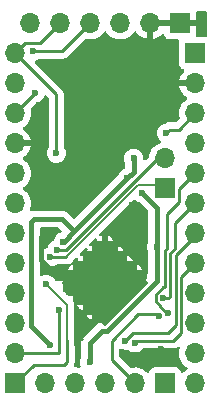
<source format=gbr>
%TF.GenerationSoftware,KiCad,Pcbnew,8.0.9-8.0.9-0~ubuntu22.04.1*%
%TF.CreationDate,2025-03-06T11:56:48+01:00*%
%TF.ProjectId,HB_Pro_Mini_ATMEGA1284P_FUEL4EP,48425f50-726f-45f4-9d69-6e695f41544d,V1.4*%
%TF.SameCoordinates,Original*%
%TF.FileFunction,Copper,L2,Bot*%
%TF.FilePolarity,Positive*%
%FSLAX46Y46*%
G04 Gerber Fmt 4.6, Leading zero omitted, Abs format (unit mm)*
G04 Created by KiCad (PCBNEW 8.0.9-8.0.9-0~ubuntu22.04.1) date 2025-03-06 11:56:48*
%MOMM*%
%LPD*%
G01*
G04 APERTURE LIST*
G04 Aperture macros list*
%AMRotRect*
0 Rectangle, with rotation*
0 The origin of the aperture is its center*
0 $1 length*
0 $2 width*
0 $3 Rotation angle, in degrees counterclockwise*
0 Add horizontal line*
21,1,$1,$2,0,0,$3*%
G04 Aperture macros list end*
%TA.AperFunction,ComponentPad*%
%ADD10R,1.700000X1.700000*%
%TD*%
%TA.AperFunction,ComponentPad*%
%ADD11O,1.700000X1.700000*%
%TD*%
%TA.AperFunction,HeatsinkPad*%
%ADD12C,0.500000*%
%TD*%
%TA.AperFunction,HeatsinkPad*%
%ADD13RotRect,5.150000X5.150000X225.000000*%
%TD*%
%TA.AperFunction,ViaPad*%
%ADD14C,0.600000*%
%TD*%
%TA.AperFunction,Conductor*%
%ADD15C,0.400000*%
%TD*%
%TA.AperFunction,Conductor*%
%ADD16C,0.250000*%
%TD*%
%TA.AperFunction,Conductor*%
%ADD17C,0.200000*%
%TD*%
G04 APERTURE END LIST*
D10*
%TO.P,J1,1,Pin_1*%
%TO.N,GND*%
X15240000Y31750000D03*
D11*
%TO.P,J1,2,Pin_2*%
X12700000Y31750000D03*
%TO.P,J1,3,Pin_3*%
%TO.N,VCC*%
X10160000Y31750000D03*
%TO.P,J1,4,Pin_4*%
%TO.N,/RXD0*%
X7620000Y31750000D03*
%TO.P,J1,5,Pin_5*%
%TO.N,/TXD0*%
X5080000Y31750000D03*
%TO.P,J1,6,Pin_6*%
%TO.N,/DTR*%
X2540000Y31750000D03*
%TD*%
D12*
%TO.P,U1,45,GND*%
%TO.N,GND*%
X12175534Y9771553D03*
X11353522Y10593565D03*
X10531510Y11415576D03*
X9709499Y12237588D03*
X8887487Y13059600D03*
X9709499Y10593565D03*
X11353522Y8949541D03*
X10531510Y9771553D03*
X8887487Y11415576D03*
X8065475Y12237588D03*
X10531510Y8127530D03*
X9709499Y8949541D03*
X8887487Y9771553D03*
D13*
X8887487Y9771553D03*
D12*
X8065475Y10593565D03*
X7243464Y11415576D03*
X9709499Y7305518D03*
X8887487Y8127530D03*
X7243464Y9771553D03*
X6421452Y10593565D03*
X8065475Y8949541D03*
X8887487Y6483506D03*
X8065475Y7305518D03*
X7243464Y8127530D03*
X6421452Y8949541D03*
X5599440Y9771553D03*
%TD*%
D10*
%TO.P,J4,1,Pin_1*%
%TO.N,/T0*%
X13970000Y1270000D03*
D11*
%TO.P,J4,2,Pin_2*%
%TO.N,/T1*%
X11430000Y1270000D03*
%TO.P,J4,3,Pin_3*%
%TO.N,/TDI*%
X8890000Y1270000D03*
%TO.P,J4,4,Pin_4*%
%TO.N,/TDO*%
X6350000Y1270000D03*
%TO.P,J4,5,Pin_5*%
%TO.N,/TCK*%
X3810000Y1270000D03*
%TD*%
D10*
%TO.P,J5,1,Pin_1*%
%TO.N,/SDA*%
X13970000Y17780000D03*
D11*
%TO.P,J5,2,Pin_2*%
%TO.N,/SCL*%
X13970000Y20320000D03*
%TD*%
D10*
%TO.P,J3,1,Pin_1*%
%TO.N,/TMS*%
X1270000Y1270000D03*
D11*
%TO.P,J3,2,Pin_2*%
%TO.N,/TOSC*%
X1270000Y3810000D03*
%TO.P,J3,3,Pin_3*%
%TO.N,/D7*%
X1270000Y6350000D03*
%TO.P,J3,4,Pin_4*%
%TO.N,/D6*%
X1270000Y8890000D03*
%TO.P,J3,5,Pin_5*%
%TO.N,/D5*%
X1270000Y11430000D03*
%TO.P,J3,6,Pin_6*%
%TO.N,/D4*%
X1270000Y13970000D03*
%TO.P,J3,7,Pin_7*%
%TO.N,/D3*%
X1270000Y16510000D03*
%TO.P,J3,8,Pin_8*%
%TO.N,/D2*%
X1270000Y19050000D03*
%TO.P,J3,9,Pin_9*%
%TO.N,GND*%
X1270000Y21590000D03*
%TO.P,J3,10,Pin_10*%
%TO.N,/RSETB*%
X1270000Y24130000D03*
%TO.P,J3,11,Pin_11*%
%TO.N,/RXD0*%
X1270000Y26670000D03*
%TO.P,J3,12,Pin_12*%
%TO.N,/TXD0*%
X1270000Y29210000D03*
%TD*%
D10*
%TO.P,J2,1,Pin_1*%
%TO.N,V_accu*%
X16510000Y29210000D03*
D11*
%TO.P,J2,2,Pin_2*%
%TO.N,GND*%
X16510000Y26670000D03*
%TO.P,J2,3,Pin_3*%
%TO.N,/RSETB*%
X16510000Y24130000D03*
%TO.P,J2,4,Pin_4*%
%TO.N,VCC*%
X16510000Y21590000D03*
%TO.P,J2,5,Pin_5*%
%TO.N,/A3*%
X16510000Y19050000D03*
%TO.P,J2,6,Pin_6*%
%TO.N,/A2*%
X16510000Y16510000D03*
%TO.P,J2,7,Pin_7*%
%TO.N,/A1*%
X16510000Y13970000D03*
%TO.P,J2,8,Pin_8*%
%TO.N,/A0*%
X16510000Y11430000D03*
%TO.P,J2,9,Pin_9*%
%TO.N,/SCK*%
X16510000Y8890000D03*
%TO.P,J2,10,Pin_10*%
%TO.N,/MISO*%
X16510000Y6350000D03*
%TO.P,J2,11,Pin_11*%
%TO.N,/MOSI*%
X16510000Y3810000D03*
%TO.P,J2,12,Pin_12*%
%TO.N,/SS*%
X16510000Y1270000D03*
%TD*%
D14*
%TO.N,VCC*%
X10778021Y18646905D03*
X5359400Y13258800D03*
X11303000Y20320000D03*
X4216400Y4521200D03*
X12014099Y17396529D03*
X13263940Y12801600D03*
X7569200Y3048000D03*
%TO.N,GND*%
X12496800Y3048000D03*
X13589000Y4191000D03*
X5486400Y27178000D03*
X10312400Y3962400D03*
X4038600Y14274800D03*
X8255000Y19685000D03*
X5461000Y28067000D03*
X5588000Y18643600D03*
X11176000Y16408400D03*
X11282041Y2861519D03*
X7975600Y25146000D03*
X6489700Y4737100D03*
X9448800Y19710400D03*
X13614400Y3048000D03*
%TO.N,/SCL*%
X4803035Y12599047D03*
%TO.N,/SDA*%
X4228826Y11972318D03*
%TO.N,/RSETB*%
X2946400Y25857200D03*
X14071600Y22453600D03*
%TO.N,/TXD0*%
X4746732Y20748732D03*
%TO.N,/RXD0*%
X2741386Y29385000D03*
%TO.N,/A0*%
X11404600Y4699000D03*
%TO.N,/A3*%
X14249400Y7188200D03*
%TO.N,/A1*%
X10582518Y4871627D03*
%TO.N,/A2*%
X13817600Y8509000D03*
%TO.N,/TMS*%
X3911600Y9652000D03*
%TO.N,/TOSC*%
X5014206Y7454108D03*
%TO.N,/T1*%
X13436600Y6959600D03*
%TD*%
D15*
%TO.N,VCC*%
X3454400Y15189200D02*
X3251200Y15189200D01*
X5232400Y15189200D02*
X3454400Y15189200D01*
X10772919Y18646905D02*
X10778021Y18646905D01*
X13263940Y12801600D02*
X13263940Y16146688D01*
X6273807Y14147793D02*
X5232400Y15189200D01*
X11303000Y19171884D02*
X10778021Y18646905D01*
X7569200Y4667461D02*
X7569200Y3048000D01*
X13263940Y12801600D02*
X13263940Y9940720D01*
X3454400Y15189200D02*
X2895600Y15189200D01*
X13263940Y9940720D02*
X9053173Y5729953D01*
X9053173Y5729953D02*
X8631692Y5729953D01*
X8631692Y5729953D02*
X7569200Y4667461D01*
X6273807Y14147793D02*
X10772919Y18646905D01*
X13263940Y16146688D02*
X12014099Y17396529D01*
X5384814Y13258800D02*
X6273807Y14147793D01*
X4216400Y4521200D02*
X2641600Y6096000D01*
X2641600Y6096000D02*
X2641600Y14935200D01*
X5359400Y13258800D02*
X5384814Y13258800D01*
X2895600Y15189200D02*
X2641600Y14935200D01*
X11303000Y20320000D02*
X11303000Y19171884D01*
D16*
%TO.N,GND*%
X6489700Y4737100D02*
X6718300Y4965700D01*
D15*
X3466400Y11703539D02*
X4941186Y10228753D01*
D16*
X6807200Y5054600D02*
X6934200Y5054600D01*
D15*
X3466400Y11703539D02*
X3466400Y13702600D01*
X3466400Y13702600D02*
X4038600Y14274800D01*
D16*
X6299200Y4546600D02*
X6489700Y4737100D01*
D15*
X4941186Y10228753D02*
X9141487Y10228753D01*
D16*
%TO.N,/SCL*%
X5614047Y12599047D02*
X13335000Y20320000D01*
X5614047Y12599047D02*
X4803035Y12599047D01*
D17*
%TO.N,/SDA*%
X13970000Y17780000D02*
X13703471Y18046529D01*
X11662569Y18046529D02*
X5588358Y11972318D01*
D16*
X5588358Y11972318D02*
X4228826Y11972318D01*
D17*
X13703471Y18046529D02*
X11662569Y18046529D01*
D16*
%TO.N,/RSETB*%
X14071600Y22453600D02*
X14376400Y22758400D01*
X1270000Y24180800D02*
X2946400Y25857200D01*
X14376400Y22758400D02*
X15138400Y22758400D01*
X15138400Y22758400D02*
X16510000Y24130000D01*
%TO.N,/TXD0*%
X4746732Y25733268D02*
X4746732Y20748732D01*
X5080000Y31750000D02*
X3390000Y30060000D01*
X3390000Y30060000D02*
X2120000Y30060000D01*
X1270000Y29210000D02*
X4746732Y25733268D01*
X2120000Y30060000D02*
X1270000Y29210000D01*
%TO.N,/RXD0*%
X7620000Y31750000D02*
X5255000Y29385000D01*
X5255000Y29385000D02*
X2741386Y29385000D01*
%TO.N,/A0*%
X15335000Y5561116D02*
X14631449Y4857565D01*
X16510000Y11430000D02*
X15335000Y10255000D01*
X14631449Y4857565D02*
X11450961Y4857565D01*
X15335000Y10255000D02*
X15335000Y5561116D01*
%TO.N,/A3*%
X15145000Y16605000D02*
X15145000Y17685000D01*
X13941000Y12518600D02*
X14119233Y12696833D01*
X13157200Y8788400D02*
X13817600Y9448800D01*
X14119233Y15579233D02*
X15145000Y16605000D01*
X14249400Y7188200D02*
X14097000Y7188200D01*
X13941000Y9448800D02*
X13941000Y12518600D01*
X14097000Y7188200D02*
X13563600Y7721600D01*
X13563600Y7721600D02*
X13563600Y7823200D01*
X15145000Y17685000D02*
X16510000Y19050000D01*
X14119233Y12696833D02*
X14119233Y15579233D01*
X13563600Y7823200D02*
X13157200Y8229600D01*
X13157200Y8229600D02*
X13157200Y8788400D01*
X13817600Y9448800D02*
X13941000Y9448800D01*
%TO.N,/A1*%
X14885000Y6172005D02*
X14210195Y5497200D01*
X16510000Y13731363D02*
X14885000Y12106363D01*
X14885000Y12106363D02*
X14885000Y6172005D01*
X11208091Y5497200D02*
X10582518Y4871627D01*
X14210195Y5497200D02*
X11208091Y5497200D01*
%TO.N,/A2*%
X14264000Y8509000D02*
X14391000Y8636000D01*
X14391000Y12248759D02*
X14391000Y8636000D01*
X16510000Y16510000D02*
X14841000Y14841000D01*
X14264000Y8509000D02*
X13817600Y8509000D01*
X14841000Y14841000D02*
X14841000Y12698759D01*
X14841000Y12698759D02*
X14391000Y12248759D01*
%TO.N,/TMS*%
X2844800Y2844800D02*
X1270000Y1270000D01*
D17*
X3911600Y9652000D02*
X5664206Y7899394D01*
X2032000Y1270000D02*
X1574800Y1270000D01*
D16*
X5664206Y3073406D02*
X5435600Y2844800D01*
X5664206Y4902206D02*
X5664206Y3073406D01*
D17*
X5664206Y7899394D02*
X5664206Y4902206D01*
D16*
X5435600Y2844800D02*
X2844800Y2844800D01*
%TO.N,/TOSC*%
X5014206Y7454108D02*
X4943000Y7382902D01*
X4943000Y7382902D02*
X4943000Y3810000D01*
X4943000Y3810000D02*
X1270000Y3810000D01*
%TO.N,/T1*%
X11708405Y7147400D02*
X9434200Y4873195D01*
X13436600Y6959600D02*
X13248800Y7147400D01*
X13248800Y7147400D02*
X11708405Y7147400D01*
X9434200Y4873195D02*
X9434200Y3265800D01*
X9434200Y3265800D02*
X11430000Y1270000D01*
%TD*%
%TA.AperFunction,Conductor*%
%TO.N,GND*%
G36*
X15158616Y4360723D02*
G01*
X15205307Y4308744D01*
X15216483Y4239774D01*
X15213656Y4224787D01*
X15165436Y4034372D01*
X15165434Y4034359D01*
X15146844Y3810005D01*
X15146844Y3809994D01*
X15165434Y3585640D01*
X15165436Y3585628D01*
X15220703Y3367385D01*
X15311140Y3161207D01*
X15434276Y2972734D01*
X15434284Y2972723D01*
X15586756Y2807097D01*
X15586761Y2807092D01*
X15764422Y2668812D01*
X15764431Y2668806D01*
X15800930Y2649054D01*
X15850520Y2599835D01*
X15865628Y2531618D01*
X15841457Y2466063D01*
X15800930Y2430946D01*
X15765717Y2411889D01*
X15764424Y2411189D01*
X15586760Y2272906D01*
X15523546Y2204238D01*
X15463662Y2168249D01*
X15393823Y2170350D01*
X15336207Y2209874D01*
X15316138Y2244888D01*
X15270889Y2366204D01*
X15183261Y2483261D01*
X15066204Y2570889D01*
X14929201Y2621989D01*
X14896450Y2625510D01*
X14868654Y2628499D01*
X14868638Y2628500D01*
X13071362Y2628500D01*
X13071345Y2628499D01*
X13040270Y2625157D01*
X13010799Y2621989D01*
X13010796Y2621988D01*
X13010795Y2621988D01*
X12962620Y2604019D01*
X12873796Y2570889D01*
X12756739Y2483261D01*
X12702785Y2411187D01*
X12669111Y2366204D01*
X12623861Y2244888D01*
X12581989Y2188955D01*
X12516525Y2164539D01*
X12448252Y2179392D01*
X12416454Y2204237D01*
X12353240Y2272906D01*
X12175576Y2411189D01*
X11977574Y2518342D01*
X11764635Y2591444D01*
X11542569Y2628500D01*
X11317431Y2628500D01*
X11095365Y2591444D01*
X11095356Y2591441D01*
X11091143Y2590374D01*
X11021322Y2592990D01*
X10973009Y2622893D01*
X10104017Y3491886D01*
X10070534Y3553207D01*
X10067700Y3579565D01*
X10067700Y4020439D01*
X10087385Y4087478D01*
X10140189Y4133233D01*
X10209347Y4143177D01*
X10232654Y4137481D01*
X10401468Y4078410D01*
X10401476Y4078408D01*
X10582514Y4058011D01*
X10582518Y4058011D01*
X10582522Y4058011D01*
X10763563Y4078409D01*
X10763564Y4078409D01*
X10778316Y4083571D01*
X10848094Y4087132D01*
X10891135Y4066136D01*
X10891423Y4066594D01*
X10895680Y4063919D01*
X10896572Y4063484D01*
X10897313Y4062892D01*
X11051582Y3965958D01*
X11223553Y3905782D01*
X11223558Y3905781D01*
X11404596Y3885384D01*
X11404600Y3885384D01*
X11404604Y3885384D01*
X11585641Y3905781D01*
X11585646Y3905782D01*
X11703293Y3946949D01*
X11757615Y3965957D01*
X11844323Y4020439D01*
X11911881Y4062889D01*
X12036738Y4187746D01*
X12098061Y4221231D01*
X12124419Y4224065D01*
X14693847Y4224065D01*
X14816226Y4248408D01*
X14816234Y4248410D01*
X14931521Y4296163D01*
X14931530Y4296168D01*
X15024559Y4358329D01*
X15091236Y4379207D01*
X15158616Y4360723D01*
G37*
%TD.AperFunction*%
%TA.AperFunction,Conductor*%
G36*
X11415246Y16836143D02*
G01*
X11459592Y16807643D01*
X11506817Y16760418D01*
X11661081Y16663487D01*
X11661082Y16663486D01*
X11763718Y16627572D01*
X11810443Y16598212D01*
X12519121Y15889535D01*
X12552606Y15828212D01*
X12555440Y15801854D01*
X12555440Y13229398D01*
X12536432Y13163424D01*
X12530897Y13154615D01*
X12530896Y13154612D01*
X12470724Y12982654D01*
X12470721Y12982641D01*
X12450324Y12801603D01*
X12450324Y12801596D01*
X12470721Y12620558D01*
X12470722Y12620553D01*
X12530897Y12448583D01*
X12536435Y12439771D01*
X12555440Y12373800D01*
X12555440Y10607969D01*
X12535755Y10540930D01*
X12482951Y10495175D01*
X12440125Y10489017D01*
X12425534Y10478663D01*
X12425534Y10155646D01*
X12405849Y10088607D01*
X12389215Y10067965D01*
X12192803Y9871553D01*
X12155643Y9871553D01*
X12118889Y9856329D01*
X12090758Y9828198D01*
X12075534Y9791444D01*
X12075534Y9754284D01*
X11879122Y9557872D01*
X11817799Y9524387D01*
X11791441Y9521553D01*
X11603522Y9521553D01*
X11603522Y9333634D01*
X11583837Y9266595D01*
X11567203Y9245953D01*
X11370791Y9049541D01*
X11333631Y9049541D01*
X11296877Y9034317D01*
X11268746Y9006186D01*
X11253522Y8969432D01*
X11253522Y8932272D01*
X11057110Y8735860D01*
X10995787Y8702375D01*
X10969429Y8699541D01*
X10781510Y8699541D01*
X10781510Y8511622D01*
X10761825Y8444583D01*
X10745192Y8423943D01*
X10548779Y8227530D01*
X10511619Y8227530D01*
X10474865Y8212306D01*
X10446734Y8184175D01*
X10431510Y8147421D01*
X10431510Y8110260D01*
X10235098Y7913849D01*
X10173775Y7880364D01*
X10147417Y7877530D01*
X9959499Y7877530D01*
X9959499Y7689611D01*
X9939814Y7622572D01*
X9923182Y7601933D01*
X9726767Y7405518D01*
X9689608Y7405518D01*
X9652854Y7390294D01*
X9624723Y7362163D01*
X9609499Y7325409D01*
X9609499Y7288249D01*
X9413086Y7091837D01*
X9351763Y7058352D01*
X9325405Y7055518D01*
X9137487Y7055518D01*
X9137487Y6867599D01*
X9117802Y6800560D01*
X9101171Y6779922D01*
X8946763Y6625514D01*
X8904755Y6583506D01*
X8867596Y6583506D01*
X8830842Y6568282D01*
X8802711Y6540151D01*
X8787487Y6503397D01*
X8787487Y6470112D01*
X8734698Y6441287D01*
X8708340Y6438453D01*
X8561910Y6438453D01*
X8561906Y6438452D01*
X8425030Y6411226D01*
X8371622Y6389103D01*
X8296092Y6357818D01*
X8296086Y6357814D01*
X8180050Y6280281D01*
X8180046Y6280278D01*
X7018874Y5119107D01*
X7018871Y5119104D01*
X6941338Y5003067D01*
X6941331Y5003054D01*
X6928818Y4972843D01*
X6928818Y4972842D01*
X6887927Y4874123D01*
X6887925Y4874115D01*
X6860700Y4737246D01*
X6860700Y3475798D01*
X6841692Y3409823D01*
X6836157Y3401015D01*
X6836156Y3401012D01*
X6775984Y3229054D01*
X6775981Y3229041D01*
X6755584Y3048003D01*
X6755584Y3047996D01*
X6775981Y2866958D01*
X6775983Y2866950D01*
X6814835Y2755916D01*
X6818396Y2686137D01*
X6783667Y2625510D01*
X6721673Y2593283D01*
X6677389Y2592653D01*
X6462569Y2628500D01*
X6351195Y2628500D01*
X6284156Y2648185D01*
X6238401Y2700989D01*
X6228457Y2770147D01*
X6236633Y2799951D01*
X6239593Y2807097D01*
X6273361Y2888622D01*
X6273361Y2888626D01*
X6273363Y2888629D01*
X6290092Y2972732D01*
X6290092Y2972733D01*
X6297706Y3011010D01*
X6297706Y4964601D01*
X6297705Y4964604D01*
X6296066Y4972842D01*
X6290057Y5003054D01*
X6275089Y5078308D01*
X6272706Y5102499D01*
X6272706Y7055517D01*
X7358363Y7055517D01*
X7385471Y6978048D01*
X7475390Y6834942D01*
X7594899Y6715433D01*
X7738005Y6625514D01*
X7815474Y6598406D01*
X7815475Y6598406D01*
X7815475Y6733506D01*
X8315475Y6733506D01*
X8637487Y6733506D01*
X8637487Y7055518D01*
X8315475Y7055518D01*
X8315475Y6733506D01*
X7815475Y6733506D01*
X7815475Y7055518D01*
X7358364Y7055518D01*
X7358363Y7055517D01*
X6272706Y7055517D01*
X6272706Y7325409D01*
X7965475Y7325409D01*
X7965475Y7285627D01*
X7980699Y7248873D01*
X8008830Y7220742D01*
X8045584Y7205518D01*
X8085366Y7205518D01*
X8122120Y7220742D01*
X8150251Y7248873D01*
X8165475Y7285627D01*
X8165475Y7325409D01*
X8150251Y7362163D01*
X8122120Y7390294D01*
X8085366Y7405518D01*
X8045584Y7405518D01*
X8008830Y7390294D01*
X7980699Y7362163D01*
X7965475Y7325409D01*
X6272706Y7325409D01*
X6272706Y7877529D01*
X6536352Y7877529D01*
X6563460Y7800060D01*
X6653379Y7656954D01*
X6772888Y7537445D01*
X6915994Y7447526D01*
X6993463Y7420418D01*
X6993464Y7420418D01*
X6993464Y7555518D01*
X7493464Y7555518D01*
X7815475Y7555518D01*
X8315475Y7555518D01*
X8637487Y7555518D01*
X9137487Y7555518D01*
X9459499Y7555518D01*
X9459499Y7877530D01*
X9137487Y7877530D01*
X9137487Y7555518D01*
X8637487Y7555518D01*
X8637487Y7877530D01*
X8315475Y7877530D01*
X8315475Y7555518D01*
X7815475Y7555518D01*
X7815475Y7877530D01*
X7493464Y7877530D01*
X7493464Y7555518D01*
X6993464Y7555518D01*
X6993464Y7877530D01*
X6536353Y7877530D01*
X6536352Y7877529D01*
X6272706Y7877529D01*
X6272706Y7979503D01*
X6272706Y7979505D01*
X6239035Y8105167D01*
X6231238Y8134267D01*
X6223643Y8147421D01*
X7143464Y8147421D01*
X7143464Y8107639D01*
X7158688Y8070885D01*
X7186819Y8042754D01*
X7223573Y8027530D01*
X7263355Y8027530D01*
X7300109Y8042754D01*
X7328240Y8070885D01*
X7343464Y8107639D01*
X7343464Y8147421D01*
X8787487Y8147421D01*
X8787487Y8107639D01*
X8802711Y8070885D01*
X8830842Y8042754D01*
X8867596Y8027530D01*
X8907378Y8027530D01*
X8944132Y8042754D01*
X8972263Y8070885D01*
X8987487Y8107639D01*
X8987487Y8147421D01*
X8972263Y8184175D01*
X8944132Y8212306D01*
X8907378Y8227530D01*
X8867596Y8227530D01*
X8830842Y8212306D01*
X8802711Y8184175D01*
X8787487Y8147421D01*
X7343464Y8147421D01*
X7328240Y8184175D01*
X7300109Y8212306D01*
X7263355Y8227530D01*
X7223573Y8227530D01*
X7186819Y8212306D01*
X7158688Y8184175D01*
X7143464Y8147421D01*
X6223643Y8147421D01*
X6188064Y8209045D01*
X6171452Y8271041D01*
X6171452Y8377530D01*
X6671452Y8377530D01*
X6993464Y8377530D01*
X7493464Y8377530D01*
X7815475Y8377530D01*
X8315475Y8377530D01*
X8637487Y8377530D01*
X9137487Y8377530D01*
X9459499Y8377530D01*
X9959499Y8377530D01*
X10281510Y8377530D01*
X10281510Y8699541D01*
X9959499Y8699541D01*
X9959499Y8377530D01*
X9459499Y8377530D01*
X9459499Y8699541D01*
X9137487Y8699541D01*
X9137487Y8377530D01*
X8637487Y8377530D01*
X8637487Y8699541D01*
X8315475Y8699541D01*
X8315475Y8377530D01*
X7815475Y8377530D01*
X7815475Y8699541D01*
X7493464Y8699541D01*
X7493464Y8377530D01*
X6993464Y8377530D01*
X6993464Y8699541D01*
X6671452Y8699541D01*
X6671452Y8377530D01*
X6171452Y8377530D01*
X6171452Y8699541D01*
X5775970Y8699541D01*
X5708931Y8719226D01*
X5688289Y8735860D01*
X5559384Y8864765D01*
X5454716Y8969432D01*
X6321452Y8969432D01*
X6321452Y8929650D01*
X6336676Y8892896D01*
X6364807Y8864765D01*
X6401561Y8849541D01*
X6441343Y8849541D01*
X6478097Y8864765D01*
X6506228Y8892896D01*
X6521452Y8929650D01*
X6521452Y8969432D01*
X7965475Y8969432D01*
X7965475Y8929650D01*
X7980699Y8892896D01*
X8008830Y8864765D01*
X8045584Y8849541D01*
X8085366Y8849541D01*
X8122120Y8864765D01*
X8150251Y8892896D01*
X8165475Y8929650D01*
X8165475Y8969432D01*
X9609499Y8969432D01*
X9609499Y8929650D01*
X9624723Y8892896D01*
X9652854Y8864765D01*
X9689608Y8849541D01*
X9729390Y8849541D01*
X9766144Y8864765D01*
X9794275Y8892896D01*
X9809499Y8929650D01*
X9809499Y8969432D01*
X9794275Y9006186D01*
X9766144Y9034317D01*
X9729390Y9049541D01*
X9689608Y9049541D01*
X9652854Y9034317D01*
X9624723Y9006186D01*
X9609499Y8969432D01*
X8165475Y8969432D01*
X8150251Y9006186D01*
X8122120Y9034317D01*
X8085366Y9049541D01*
X8045584Y9049541D01*
X8008830Y9034317D01*
X7980699Y9006186D01*
X7965475Y8969432D01*
X6521452Y8969432D01*
X6506228Y9006186D01*
X6478097Y9034317D01*
X6441343Y9049541D01*
X6401561Y9049541D01*
X6364807Y9034317D01*
X6336676Y9006186D01*
X6321452Y8969432D01*
X5454716Y8969432D01*
X5385758Y9038390D01*
X5352274Y9099712D01*
X5349440Y9126070D01*
X5349440Y9199541D01*
X5849440Y9199541D01*
X6171452Y9199541D01*
X6671452Y9199541D01*
X6993464Y9199541D01*
X7493464Y9199541D01*
X7815475Y9199541D01*
X8315475Y9199541D01*
X8637487Y9199541D01*
X9137487Y9199541D01*
X9459499Y9199541D01*
X9959499Y9199541D01*
X10281510Y9199541D01*
X10781510Y9199541D01*
X11103522Y9199541D01*
X11103522Y9521553D01*
X10781510Y9521553D01*
X10781510Y9199541D01*
X10281510Y9199541D01*
X10281510Y9521553D01*
X9959499Y9521553D01*
X9959499Y9199541D01*
X9459499Y9199541D01*
X9459499Y9521553D01*
X9137487Y9521553D01*
X9137487Y9199541D01*
X8637487Y9199541D01*
X8637487Y9521553D01*
X8315475Y9521553D01*
X8315475Y9199541D01*
X7815475Y9199541D01*
X7815475Y9521553D01*
X7493464Y9521553D01*
X7493464Y9199541D01*
X6993464Y9199541D01*
X6993464Y9521553D01*
X6671452Y9521553D01*
X6671452Y9199541D01*
X6171452Y9199541D01*
X6171452Y9521553D01*
X5849440Y9521553D01*
X5849440Y9199541D01*
X5349440Y9199541D01*
X5349440Y9791444D01*
X5499440Y9791444D01*
X5499440Y9751662D01*
X5514664Y9714908D01*
X5542795Y9686777D01*
X5579549Y9671553D01*
X5619331Y9671553D01*
X5656085Y9686777D01*
X5684216Y9714908D01*
X5699440Y9751662D01*
X5699440Y9791444D01*
X7143464Y9791444D01*
X7143464Y9751662D01*
X7158688Y9714908D01*
X7186819Y9686777D01*
X7223573Y9671553D01*
X7263355Y9671553D01*
X7300109Y9686777D01*
X7328240Y9714908D01*
X7343464Y9751662D01*
X7343464Y9791444D01*
X8787487Y9791444D01*
X8787487Y9751662D01*
X8802711Y9714908D01*
X8830842Y9686777D01*
X8867596Y9671553D01*
X8907378Y9671553D01*
X8944132Y9686777D01*
X8972263Y9714908D01*
X8987487Y9751662D01*
X8987487Y9791444D01*
X10431510Y9791444D01*
X10431510Y9751662D01*
X10446734Y9714908D01*
X10474865Y9686777D01*
X10511619Y9671553D01*
X10551401Y9671553D01*
X10588155Y9686777D01*
X10616286Y9714908D01*
X10631510Y9751662D01*
X10631510Y9791444D01*
X10616286Y9828198D01*
X10588155Y9856329D01*
X10551401Y9871553D01*
X10511619Y9871553D01*
X10474865Y9856329D01*
X10446734Y9828198D01*
X10431510Y9791444D01*
X8987487Y9791444D01*
X8972263Y9828198D01*
X8944132Y9856329D01*
X8907378Y9871553D01*
X8867596Y9871553D01*
X8830842Y9856329D01*
X8802711Y9828198D01*
X8787487Y9791444D01*
X7343464Y9791444D01*
X7328240Y9828198D01*
X7300109Y9856329D01*
X7263355Y9871553D01*
X7223573Y9871553D01*
X7186819Y9856329D01*
X7158688Y9828198D01*
X7143464Y9791444D01*
X5699440Y9791444D01*
X5684216Y9828198D01*
X5656085Y9856329D01*
X5619331Y9871553D01*
X5579549Y9871553D01*
X5542795Y9856329D01*
X5514664Y9828198D01*
X5499440Y9791444D01*
X5349440Y9791444D01*
X5349440Y10021553D01*
X5849440Y10021553D01*
X6171452Y10021553D01*
X6671452Y10021553D01*
X6993464Y10021553D01*
X7493464Y10021553D01*
X7815475Y10021553D01*
X8315475Y10021553D01*
X8637487Y10021553D01*
X9137487Y10021553D01*
X9459499Y10021553D01*
X9959499Y10021553D01*
X10281510Y10021553D01*
X10781510Y10021553D01*
X11103522Y10021553D01*
X11603522Y10021553D01*
X11925534Y10021553D01*
X11925534Y10343565D01*
X11603522Y10343565D01*
X11603522Y10021553D01*
X11103522Y10021553D01*
X11103522Y10343565D01*
X10781510Y10343565D01*
X10781510Y10021553D01*
X10281510Y10021553D01*
X10281510Y10343565D01*
X9959499Y10343565D01*
X9959499Y10021553D01*
X9459499Y10021553D01*
X9459499Y10343565D01*
X9137487Y10343565D01*
X9137487Y10021553D01*
X8637487Y10021553D01*
X8637487Y10343565D01*
X8315475Y10343565D01*
X8315475Y10021553D01*
X7815475Y10021553D01*
X7815475Y10343565D01*
X7493464Y10343565D01*
X7493464Y10021553D01*
X6993464Y10021553D01*
X6993464Y10343565D01*
X6671452Y10343565D01*
X6671452Y10021553D01*
X6171452Y10021553D01*
X6171452Y10343565D01*
X5849440Y10343565D01*
X5849440Y10021553D01*
X5349440Y10021553D01*
X5349440Y10478663D01*
X5349439Y10478663D01*
X5271966Y10451555D01*
X5128864Y10361637D01*
X5009355Y10242128D01*
X4919437Y10099025D01*
X4882634Y9993848D01*
X4841912Y9937072D01*
X4776959Y9911325D01*
X4708398Y9924781D01*
X4657995Y9973168D01*
X4648550Y9993849D01*
X4644643Y10005015D01*
X4547711Y10159281D01*
X4418881Y10288111D01*
X4264615Y10385043D01*
X4092647Y10445217D01*
X4092644Y10445217D01*
X4092641Y10445218D01*
X3911604Y10465616D01*
X3911596Y10465616D01*
X3730558Y10445218D01*
X3730553Y10445217D01*
X3558585Y10385043D01*
X3558584Y10385042D01*
X3558580Y10385041D01*
X3540074Y10373412D01*
X3472838Y10354410D01*
X3406002Y10374776D01*
X3360787Y10428043D01*
X3350100Y10478404D01*
X3350100Y10613456D01*
X6321452Y10613456D01*
X6321452Y10573674D01*
X6336676Y10536920D01*
X6364807Y10508789D01*
X6401561Y10493565D01*
X6441343Y10493565D01*
X6478097Y10508789D01*
X6506228Y10536920D01*
X6521452Y10573674D01*
X6521452Y10613456D01*
X7965475Y10613456D01*
X7965475Y10573674D01*
X7980699Y10536920D01*
X8008830Y10508789D01*
X8045584Y10493565D01*
X8085366Y10493565D01*
X8122120Y10508789D01*
X8150251Y10536920D01*
X8165475Y10573674D01*
X8165475Y10613456D01*
X9609499Y10613456D01*
X9609499Y10573674D01*
X9624723Y10536920D01*
X9652854Y10508789D01*
X9689608Y10493565D01*
X9729390Y10493565D01*
X9766144Y10508789D01*
X9794275Y10536920D01*
X9809499Y10573674D01*
X9809499Y10613456D01*
X11253522Y10613456D01*
X11253522Y10573674D01*
X11268746Y10536920D01*
X11296877Y10508789D01*
X11333631Y10493565D01*
X11373413Y10493565D01*
X11410167Y10508789D01*
X11438298Y10536920D01*
X11453522Y10573674D01*
X11453522Y10613456D01*
X11438298Y10650210D01*
X11410167Y10678341D01*
X11373413Y10693565D01*
X11333631Y10693565D01*
X11296877Y10678341D01*
X11268746Y10650210D01*
X11253522Y10613456D01*
X9809499Y10613456D01*
X9794275Y10650210D01*
X9766144Y10678341D01*
X9729390Y10693565D01*
X9689608Y10693565D01*
X9652854Y10678341D01*
X9624723Y10650210D01*
X9609499Y10613456D01*
X8165475Y10613456D01*
X8150251Y10650210D01*
X8122120Y10678341D01*
X8085366Y10693565D01*
X8045584Y10693565D01*
X8008830Y10678341D01*
X7980699Y10650210D01*
X7965475Y10613456D01*
X6521452Y10613456D01*
X6506228Y10650210D01*
X6478097Y10678341D01*
X6441343Y10693565D01*
X6401561Y10693565D01*
X6364807Y10678341D01*
X6336676Y10650210D01*
X6321452Y10613456D01*
X3350100Y10613456D01*
X3350100Y11420742D01*
X3369785Y11487781D01*
X3422589Y11533536D01*
X3491747Y11543480D01*
X3555303Y11514455D01*
X3579093Y11486716D01*
X3592716Y11465035D01*
X3721544Y11336207D01*
X3875808Y11239276D01*
X4047779Y11179100D01*
X4047784Y11179099D01*
X4228822Y11158702D01*
X4228826Y11158702D01*
X4228830Y11158702D01*
X4409867Y11179099D01*
X4409872Y11179100D01*
X4581845Y11239276D01*
X4581848Y11239278D01*
X4710014Y11319811D01*
X4775986Y11338818D01*
X5650756Y11338818D01*
X5773135Y11363161D01*
X5773147Y11363164D01*
X5807066Y11377214D01*
X5876535Y11384683D01*
X5939014Y11353408D01*
X5974666Y11293319D01*
X5972172Y11223493D01*
X5942199Y11174972D01*
X5831367Y11064140D01*
X5741448Y10921034D01*
X5714340Y10843565D01*
X6171452Y10843565D01*
X6671452Y10843565D01*
X6993464Y10843565D01*
X7493464Y10843565D01*
X7815475Y10843565D01*
X8315475Y10843565D01*
X8637487Y10843565D01*
X9137487Y10843565D01*
X9459499Y10843565D01*
X9959499Y10843565D01*
X10281510Y10843565D01*
X10781510Y10843565D01*
X11103522Y10843565D01*
X11603522Y10843565D01*
X12060633Y10843565D01*
X12033525Y10921034D01*
X11943606Y11064140D01*
X11824097Y11183649D01*
X11680995Y11273567D01*
X11603522Y11300675D01*
X11603522Y10843565D01*
X11103522Y10843565D01*
X11103522Y11165576D01*
X10781510Y11165576D01*
X10781510Y10843565D01*
X10281510Y10843565D01*
X10281510Y11165576D01*
X9959499Y11165576D01*
X9959499Y10843565D01*
X9459499Y10843565D01*
X9459499Y11165576D01*
X9137487Y11165576D01*
X9137487Y10843565D01*
X8637487Y10843565D01*
X8637487Y11165576D01*
X8315475Y11165576D01*
X8315475Y10843565D01*
X7815475Y10843565D01*
X7815475Y11165576D01*
X7493464Y11165576D01*
X7493464Y10843565D01*
X6993464Y10843565D01*
X6993464Y11165576D01*
X6671452Y11165576D01*
X6671452Y10843565D01*
X6171452Y10843565D01*
X6171452Y11300675D01*
X6132268Y11286965D01*
X6062489Y11283404D01*
X6001862Y11318133D01*
X5969635Y11380127D01*
X5974730Y11435467D01*
X7143464Y11435467D01*
X7143464Y11395685D01*
X7158688Y11358931D01*
X7186819Y11330800D01*
X7223573Y11315576D01*
X7263355Y11315576D01*
X7300109Y11330800D01*
X7328240Y11358931D01*
X7343464Y11395685D01*
X7343464Y11435467D01*
X8787487Y11435467D01*
X8787487Y11395685D01*
X8802711Y11358931D01*
X8830842Y11330800D01*
X8867596Y11315576D01*
X8907378Y11315576D01*
X8944132Y11330800D01*
X8972263Y11358931D01*
X8987487Y11395685D01*
X8987487Y11435467D01*
X10431510Y11435467D01*
X10431510Y11395685D01*
X10446734Y11358931D01*
X10474865Y11330800D01*
X10511619Y11315576D01*
X10551401Y11315576D01*
X10588155Y11330800D01*
X10616286Y11358931D01*
X10631510Y11395685D01*
X10631510Y11435467D01*
X10616286Y11472221D01*
X10588155Y11500352D01*
X10551401Y11515576D01*
X10511619Y11515576D01*
X10474865Y11500352D01*
X10446734Y11472221D01*
X10431510Y11435467D01*
X8987487Y11435467D01*
X8972263Y11472221D01*
X8944132Y11500352D01*
X8907378Y11515576D01*
X8867596Y11515576D01*
X8830842Y11500352D01*
X8802711Y11472221D01*
X8787487Y11435467D01*
X7343464Y11435467D01*
X7328240Y11472221D01*
X7300109Y11500352D01*
X7263355Y11515576D01*
X7223573Y11515576D01*
X7186819Y11500352D01*
X7158688Y11472221D01*
X7143464Y11435467D01*
X5974730Y11435467D01*
X5976041Y11449702D01*
X6003633Y11491688D01*
X6080426Y11568481D01*
X6080432Y11568489D01*
X6144838Y11664879D01*
X6160259Y11683670D01*
X6366792Y11890203D01*
X6428115Y11923688D01*
X6497807Y11918704D01*
X6553740Y11876832D01*
X6578157Y11811368D01*
X6566193Y11748720D01*
X6563459Y11743044D01*
X6536352Y11665576D01*
X6993464Y11665576D01*
X7493464Y11665576D01*
X7815475Y11665576D01*
X8315475Y11665576D01*
X8637487Y11665576D01*
X9137487Y11665576D01*
X9459499Y11665576D01*
X9959499Y11665576D01*
X10281510Y11665576D01*
X10781510Y11665576D01*
X11238621Y11665576D01*
X11211513Y11743045D01*
X11121594Y11886151D01*
X11002085Y12005660D01*
X10858983Y12095578D01*
X10781510Y12122686D01*
X10781510Y11665576D01*
X10281510Y11665576D01*
X10281510Y11987588D01*
X9959499Y11987588D01*
X9959499Y11665576D01*
X9459499Y11665576D01*
X9459499Y11987588D01*
X9137487Y11987588D01*
X9137487Y11665576D01*
X8637487Y11665576D01*
X8637487Y11987588D01*
X8315475Y11987588D01*
X8315475Y11665576D01*
X7815475Y11665576D01*
X7815475Y11987588D01*
X7493464Y11987588D01*
X7493464Y11665576D01*
X6993464Y11665576D01*
X6993464Y12122686D01*
X6993463Y12122686D01*
X6915991Y12095578D01*
X6910321Y12092848D01*
X6841380Y12081496D01*
X6777245Y12109218D01*
X6738280Y12167213D01*
X6736854Y12237068D01*
X6748685Y12257479D01*
X7965475Y12257479D01*
X7965475Y12217697D01*
X7980699Y12180943D01*
X8008830Y12152812D01*
X8045584Y12137588D01*
X8085366Y12137588D01*
X8122120Y12152812D01*
X8150251Y12180943D01*
X8165475Y12217697D01*
X8165475Y12257479D01*
X9609499Y12257479D01*
X9609499Y12217697D01*
X9624723Y12180943D01*
X9652854Y12152812D01*
X9689608Y12137588D01*
X9729390Y12137588D01*
X9766144Y12152812D01*
X9794275Y12180943D01*
X9809499Y12217697D01*
X9809499Y12257479D01*
X9794275Y12294233D01*
X9766144Y12322364D01*
X9729390Y12337588D01*
X9689608Y12337588D01*
X9652854Y12322364D01*
X9624723Y12294233D01*
X9609499Y12257479D01*
X8165475Y12257479D01*
X8150251Y12294233D01*
X8122120Y12322364D01*
X8085366Y12337588D01*
X8045584Y12337588D01*
X8008830Y12322364D01*
X7980699Y12294233D01*
X7965475Y12257479D01*
X6748685Y12257479D01*
X6768838Y12292249D01*
X7188802Y12712213D01*
X7250125Y12745698D01*
X7319817Y12740714D01*
X7375750Y12698842D01*
X7400167Y12633378D01*
X7388203Y12570730D01*
X7385470Y12565056D01*
X7358363Y12487588D01*
X7815475Y12487588D01*
X8315475Y12487588D01*
X8637487Y12487588D01*
X9137487Y12487588D01*
X9459499Y12487588D01*
X9959499Y12487588D01*
X10416610Y12487588D01*
X10389502Y12565057D01*
X10299583Y12708163D01*
X10180074Y12827672D01*
X10036972Y12917590D01*
X9959499Y12944698D01*
X9959499Y12487588D01*
X9459499Y12487588D01*
X9459499Y12809600D01*
X9137487Y12809600D01*
X9137487Y12487588D01*
X8637487Y12487588D01*
X8637487Y12809600D01*
X8315475Y12809600D01*
X8315475Y12487588D01*
X7815475Y12487588D01*
X7815475Y12944698D01*
X7815474Y12944698D01*
X7738001Y12917590D01*
X7732334Y12914861D01*
X7663393Y12903509D01*
X7599258Y12931231D01*
X7560292Y12989226D01*
X7558867Y13059081D01*
X7570697Y13079491D01*
X8787487Y13079491D01*
X8787487Y13039709D01*
X8802711Y13002955D01*
X8830842Y12974824D01*
X8867596Y12959600D01*
X8907378Y12959600D01*
X8944132Y12974824D01*
X8972263Y13002955D01*
X8987487Y13039709D01*
X8987487Y13079491D01*
X8972263Y13116245D01*
X8944132Y13144376D01*
X8907378Y13159600D01*
X8867596Y13159600D01*
X8830842Y13144376D01*
X8802711Y13116245D01*
X8787487Y13079491D01*
X7570697Y13079491D01*
X7590851Y13114262D01*
X8010814Y13534225D01*
X8072137Y13567710D01*
X8141829Y13562726D01*
X8197762Y13520854D01*
X8222179Y13455390D01*
X8210215Y13392742D01*
X8207482Y13387068D01*
X8180375Y13309600D01*
X8637487Y13309600D01*
X9137487Y13309600D01*
X9594598Y13309600D01*
X9567490Y13387069D01*
X9477571Y13530175D01*
X9358062Y13649684D01*
X9214960Y13739602D01*
X9137487Y13766710D01*
X9137487Y13309600D01*
X8637487Y13309600D01*
X8637487Y13766710D01*
X8637486Y13766710D01*
X8560013Y13739602D01*
X8554346Y13736873D01*
X8485405Y13725521D01*
X8421270Y13753243D01*
X8382304Y13811238D01*
X8380879Y13881093D01*
X8412863Y13936274D01*
X11284231Y16807642D01*
X11345554Y16841127D01*
X11415246Y16836143D01*
G37*
%TD.AperFunction*%
%TA.AperFunction,Conductor*%
G36*
X4954606Y14461015D02*
G01*
X4975248Y14444381D01*
X5179009Y14240619D01*
X5212494Y14179296D01*
X5207510Y14109604D01*
X5165638Y14053671D01*
X5132282Y14035896D01*
X5073674Y14015388D01*
X5006385Y13991843D01*
X4852119Y13894911D01*
X4852118Y13894910D01*
X4723289Y13766081D01*
X4626358Y13611817D01*
X4566181Y13439843D01*
X4564785Y13433724D01*
X4530675Y13372746D01*
X4484846Y13344276D01*
X4450022Y13332091D01*
X4450019Y13332090D01*
X4422081Y13314535D01*
X4295754Y13235158D01*
X4166924Y13106328D01*
X4069992Y12952062D01*
X4062703Y12931231D01*
X4018439Y12804731D01*
X3977717Y12747955D01*
X3942352Y12728644D01*
X3875811Y12705361D01*
X3875809Y12705360D01*
X3812789Y12665762D01*
X3721545Y12608429D01*
X3721544Y12608428D01*
X3592715Y12479599D01*
X3579094Y12457921D01*
X3526759Y12411630D01*
X3457705Y12400982D01*
X3393857Y12429357D01*
X3355485Y12487747D01*
X3350100Y12523893D01*
X3350100Y14356700D01*
X3369785Y14423739D01*
X3422589Y14469494D01*
X3474100Y14480700D01*
X4887567Y14480700D01*
X4954606Y14461015D01*
G37*
%TD.AperFunction*%
%TA.AperFunction,Conductor*%
G36*
X12950000Y30419364D02*
G01*
X13163486Y30476567D01*
X13163492Y30476570D01*
X13377578Y30576399D01*
X13571082Y30711894D01*
X13693522Y30834334D01*
X13754845Y30867819D01*
X13824537Y30862835D01*
X13880470Y30820963D01*
X13897385Y30789987D01*
X13946646Y30657911D01*
X13946649Y30657906D01*
X14032809Y30542812D01*
X14032812Y30542809D01*
X14147906Y30456649D01*
X14147913Y30456645D01*
X14282620Y30406403D01*
X14282627Y30406401D01*
X14342155Y30400000D01*
X15065501Y30400000D01*
X15132540Y30380315D01*
X15178295Y30327511D01*
X15188239Y30258353D01*
X15181682Y30232665D01*
X15158011Y30169204D01*
X15158011Y30169202D01*
X15151500Y30108654D01*
X15151500Y28311345D01*
X15158011Y28250797D01*
X15158011Y28250795D01*
X15209111Y28113795D01*
X15296739Y27996739D01*
X15413795Y27909111D01*
X15543381Y27860777D01*
X15599314Y27818905D01*
X15623730Y27753441D01*
X15608878Y27685168D01*
X15587727Y27656915D01*
X15471891Y27541079D01*
X15471886Y27541073D01*
X15336400Y27347579D01*
X15336399Y27347577D01*
X15236570Y27133492D01*
X15236567Y27133486D01*
X15179364Y26920000D01*
X16076988Y26920000D01*
X16044075Y26862993D01*
X16010000Y26735826D01*
X16010000Y26604174D01*
X16044075Y26477007D01*
X16076988Y26420000D01*
X15179364Y26420000D01*
X15236567Y26206513D01*
X15236570Y26206507D01*
X15336399Y25992421D01*
X15471894Y25798917D01*
X15638921Y25631890D01*
X15819802Y25505235D01*
X15863427Y25450658D01*
X15870619Y25381160D01*
X15839097Y25318805D01*
X15807695Y25294606D01*
X15764424Y25271189D01*
X15645981Y25179000D01*
X15586761Y25132907D01*
X15586756Y25132902D01*
X15434284Y24967276D01*
X15434276Y24967265D01*
X15311140Y24778792D01*
X15220703Y24572614D01*
X15165436Y24354371D01*
X15165434Y24354359D01*
X15146844Y24130005D01*
X15146844Y24129994D01*
X15165435Y23905633D01*
X15193461Y23794960D01*
X15190835Y23725140D01*
X15160936Y23676840D01*
X14912315Y23428219D01*
X14850992Y23394734D01*
X14824634Y23391900D01*
X14314005Y23391900D01*
X14314001Y23391899D01*
X14191615Y23367555D01*
X14076325Y23319800D01*
X14035818Y23292734D01*
X14007682Y23273934D01*
X13952675Y23253816D01*
X13890553Y23246817D01*
X13718585Y23186643D01*
X13564319Y23089711D01*
X13564318Y23089710D01*
X13435489Y22960881D01*
X13338558Y22806617D01*
X13278382Y22634646D01*
X13278381Y22634641D01*
X13257984Y22453603D01*
X13257984Y22453596D01*
X13278381Y22272558D01*
X13278382Y22272553D01*
X13338558Y22100582D01*
X13435489Y21946318D01*
X13569243Y21812565D01*
X13568140Y21811462D01*
X13603527Y21761022D01*
X13606360Y21691210D01*
X13571000Y21630949D01*
X13526326Y21604011D01*
X13422426Y21568342D01*
X13422419Y21568338D01*
X13224427Y21461191D01*
X13224426Y21461190D01*
X13224424Y21461189D01*
X13161855Y21412489D01*
X13046761Y21322907D01*
X13046756Y21322902D01*
X12894284Y21157276D01*
X12894276Y21157265D01*
X12771140Y20968792D01*
X12680703Y20762614D01*
X12625436Y20544371D01*
X12624593Y20539314D01*
X12622465Y20539668D01*
X12600584Y20482998D01*
X12589858Y20470762D01*
X12326245Y20207149D01*
X12264922Y20173664D01*
X12195230Y20178648D01*
X12139297Y20220520D01*
X12114880Y20285984D01*
X12115343Y20308709D01*
X12116616Y20320000D01*
X12116615Y20320005D01*
X12096218Y20501041D01*
X12096217Y20501046D01*
X12095567Y20502904D01*
X12036043Y20673015D01*
X11939111Y20827281D01*
X11810281Y20956111D01*
X11656015Y21053043D01*
X11484047Y21113217D01*
X11484044Y21113217D01*
X11484041Y21113218D01*
X11303004Y21133616D01*
X11302996Y21133616D01*
X11121958Y21113218D01*
X11121953Y21113217D01*
X10949985Y21053043D01*
X10795719Y20956111D01*
X10795718Y20956110D01*
X10666889Y20827281D01*
X10569958Y20673017D01*
X10509782Y20501046D01*
X10509781Y20501041D01*
X10489384Y20320003D01*
X10489384Y20319996D01*
X10509781Y20138958D01*
X10509782Y20138953D01*
X10569957Y19966983D01*
X10575495Y19958171D01*
X10594500Y19892200D01*
X10594500Y19527238D01*
X10574815Y19460199D01*
X10522011Y19414444D01*
X10511463Y19410200D01*
X10425006Y19379948D01*
X10425005Y19379948D01*
X10328073Y19319040D01*
X10270740Y19283016D01*
X10270739Y19283015D01*
X10141910Y19154186D01*
X10044979Y18999922D01*
X10044977Y18999918D01*
X10011810Y18905133D01*
X9982450Y18858407D01*
X6361487Y15237444D01*
X6300164Y15203959D01*
X6230472Y15208943D01*
X6186127Y15237441D01*
X5684043Y15739528D01*
X5568001Y15817065D01*
X5461427Y15861209D01*
X5439062Y15870473D01*
X5404997Y15877248D01*
X5370624Y15884086D01*
X5370621Y15884086D01*
X5302182Y15897700D01*
X5302181Y15897700D01*
X3524181Y15897700D01*
X2965381Y15897700D01*
X2825818Y15897700D01*
X2817459Y15896037D01*
X2806341Y15893826D01*
X2806342Y15893826D01*
X2739220Y15880474D01*
X2688938Y15870473D01*
X2688935Y15870472D01*
X2685572Y15869803D01*
X2615980Y15876030D01*
X2560803Y15918893D01*
X2537558Y15984783D01*
X2547823Y16041229D01*
X2559296Y16067384D01*
X2614564Y16285632D01*
X2615500Y16296927D01*
X2633156Y16509994D01*
X2633156Y16510005D01*
X2614565Y16734359D01*
X2614564Y16734362D01*
X2614564Y16734368D01*
X2559296Y16952616D01*
X2468860Y17158791D01*
X2345722Y17347268D01*
X2193240Y17512906D01*
X2015576Y17651189D01*
X1979070Y17670945D01*
X1929479Y17720164D01*
X1914371Y17788381D01*
X1938541Y17853936D01*
X1979070Y17889055D01*
X2015572Y17908809D01*
X2015576Y17908811D01*
X2074797Y17954905D01*
X2193238Y18047092D01*
X2193243Y18047097D01*
X2345715Y18212723D01*
X2345723Y18212734D01*
X2468859Y18401207D01*
X2559296Y18607385D01*
X2614563Y18825628D01*
X2614565Y18825640D01*
X2633156Y19049994D01*
X2633156Y19050005D01*
X2614565Y19274359D01*
X2614564Y19274362D01*
X2614564Y19274368D01*
X2559296Y19492616D01*
X2468860Y19698791D01*
X2345722Y19887268D01*
X2193240Y20052906D01*
X2015576Y20191189D01*
X1972302Y20214607D01*
X1922714Y20263824D01*
X1907604Y20332040D01*
X1931774Y20397596D01*
X1960197Y20425236D01*
X2141082Y20551894D01*
X2308105Y20718917D01*
X2443600Y20912421D01*
X2543429Y21126507D01*
X2543432Y21126513D01*
X2600636Y21340000D01*
X1703012Y21340000D01*
X1735925Y21397007D01*
X1770000Y21524174D01*
X1770000Y21655826D01*
X1735925Y21782993D01*
X1703012Y21840000D01*
X2600635Y21840000D01*
X2543432Y22053486D01*
X2543429Y22053492D01*
X2443600Y22267577D01*
X2443599Y22267579D01*
X2308113Y22461073D01*
X2308108Y22461079D01*
X2141079Y22628108D01*
X1960198Y22754763D01*
X1916573Y22809340D01*
X1909380Y22878838D01*
X1940902Y22941193D01*
X1972303Y22965393D01*
X2015577Y22988811D01*
X2015577Y22988812D01*
X2193238Y23127092D01*
X2193243Y23127097D01*
X2345715Y23292723D01*
X2345723Y23292734D01*
X2468859Y23481207D01*
X2559296Y23687385D01*
X2614563Y23905628D01*
X2614565Y23905640D01*
X2633156Y24129994D01*
X2633156Y24130005D01*
X2614565Y24354359D01*
X2614564Y24354361D01*
X2614564Y24354368D01*
X2576274Y24505572D01*
X2578898Y24575393D01*
X2608798Y24623694D01*
X3008456Y25023351D01*
X3069779Y25056836D01*
X3082251Y25058890D01*
X3103354Y25061268D01*
X3127447Y25063983D01*
X3242092Y25104099D01*
X3299416Y25124157D01*
X3453681Y25221089D01*
X3582510Y25349918D01*
X3679443Y25504184D01*
X3679444Y25504188D01*
X3718071Y25614575D01*
X3758792Y25671351D01*
X3823745Y25697098D01*
X3892307Y25683642D01*
X3922793Y25661302D01*
X4076914Y25507180D01*
X4110398Y25445859D01*
X4113232Y25419501D01*
X4113232Y21295892D01*
X4094225Y21229920D01*
X4013692Y21101754D01*
X4013690Y21101751D01*
X3953514Y20929778D01*
X3953513Y20929773D01*
X3933116Y20748735D01*
X3933116Y20748728D01*
X3953513Y20567690D01*
X3953514Y20567685D01*
X4013690Y20395714D01*
X4110621Y20241450D01*
X4239450Y20112621D01*
X4393714Y20015690D01*
X4565685Y19955514D01*
X4565690Y19955513D01*
X4746728Y19935116D01*
X4746732Y19935116D01*
X4746736Y19935116D01*
X4927773Y19955513D01*
X4927778Y19955514D01*
X5045425Y19996681D01*
X5099747Y20015689D01*
X5158978Y20052906D01*
X5254013Y20112621D01*
X5382842Y20241450D01*
X5432199Y20320000D01*
X5479775Y20395717D01*
X5539949Y20567685D01*
X5545420Y20616241D01*
X5560348Y20748728D01*
X5560348Y20748735D01*
X5539950Y20929773D01*
X5539949Y20929778D01*
X5539949Y20929779D01*
X5479775Y21101747D01*
X5479773Y21101749D01*
X5479773Y21101751D01*
X5479771Y21101754D01*
X5399239Y21229920D01*
X5380232Y21295892D01*
X5380232Y25795663D01*
X5380231Y25795666D01*
X5355887Y25918053D01*
X5341901Y25951817D01*
X5341901Y25951819D01*
X5315923Y26014535D01*
X5308133Y26033343D01*
X5238804Y26137101D01*
X2959515Y28416388D01*
X2926032Y28477709D01*
X2931016Y28547400D01*
X2972888Y28603334D01*
X3006243Y28621108D01*
X3094397Y28651955D01*
X3094408Y28651960D01*
X3222574Y28732493D01*
X3288546Y28751500D01*
X5317398Y28751500D01*
X5439777Y28775843D01*
X5439785Y28775845D01*
X5555072Y28823598D01*
X5555081Y28823603D01*
X5658832Y28892928D01*
X5658836Y28892931D01*
X7163007Y30397103D01*
X7224330Y30430588D01*
X7281115Y30429631D01*
X7285358Y30428556D01*
X7507431Y30391500D01*
X7732569Y30391500D01*
X7954637Y30428556D01*
X8167569Y30501656D01*
X8167571Y30501657D01*
X8167574Y30501658D01*
X8179685Y30508212D01*
X8365572Y30608808D01*
X8365577Y30608812D01*
X8386968Y30625461D01*
X8428659Y30657911D01*
X8543238Y30747092D01*
X8543243Y30747097D01*
X8695715Y30912723D01*
X8695723Y30912734D01*
X8786192Y31051206D01*
X8839338Y31096562D01*
X8908569Y31105986D01*
X8971905Y31076484D01*
X8993808Y31051206D01*
X9084276Y30912734D01*
X9084284Y30912723D01*
X9236756Y30747097D01*
X9236761Y30747092D01*
X9414422Y30608812D01*
X9414427Y30608808D01*
X9612419Y30501661D01*
X9612430Y30501656D01*
X9825362Y30428556D01*
X10047431Y30391500D01*
X10272569Y30391500D01*
X10494637Y30428556D01*
X10707569Y30501656D01*
X10707571Y30501657D01*
X10707574Y30501658D01*
X10719685Y30508212D01*
X10905572Y30608808D01*
X10905577Y30608812D01*
X10926968Y30625461D01*
X10968659Y30657911D01*
X11083238Y30747092D01*
X11083243Y30747097D01*
X11235715Y30912723D01*
X11235723Y30912734D01*
X11329748Y31056649D01*
X11382894Y31102005D01*
X11452125Y31111429D01*
X11515461Y31081927D01*
X11535130Y31059951D01*
X11661890Y30878921D01*
X11828917Y30711894D01*
X12022421Y30576399D01*
X12236507Y30476570D01*
X12236513Y30476567D01*
X12449999Y30419364D01*
X12450000Y30419364D01*
X12450000Y31316988D01*
X12507007Y31284075D01*
X12634174Y31250000D01*
X12765826Y31250000D01*
X12892993Y31284075D01*
X12950000Y31316988D01*
X12950000Y30419364D01*
G37*
%TD.AperFunction*%
%TA.AperFunction,Conductor*%
G36*
X17469039Y32746315D02*
G01*
X17514794Y32693511D01*
X17526000Y32642000D01*
X17526000Y30692500D01*
X17506315Y30625461D01*
X17453511Y30579706D01*
X17402000Y30568500D01*
X16678599Y30568500D01*
X16611560Y30588185D01*
X16565805Y30640989D01*
X16555861Y30710147D01*
X16562417Y30735832D01*
X16583596Y30792617D01*
X16583598Y30792627D01*
X16589999Y30852155D01*
X16590000Y30852172D01*
X16590000Y31500000D01*
X15673012Y31500000D01*
X15705925Y31557007D01*
X15740000Y31684174D01*
X15740000Y31815826D01*
X15705925Y31942993D01*
X15673012Y32000000D01*
X16590000Y32000000D01*
X16590000Y32642000D01*
X16609685Y32709039D01*
X16662489Y32754794D01*
X16714000Y32766000D01*
X17402000Y32766000D01*
X17469039Y32746315D01*
G37*
%TD.AperFunction*%
%TA.AperFunction,Conductor*%
G36*
X14774075Y31942993D02*
G01*
X14740000Y31815826D01*
X14740000Y31684174D01*
X14774075Y31557007D01*
X14806988Y31500000D01*
X13133012Y31500000D01*
X13165925Y31557007D01*
X13200000Y31684174D01*
X13200000Y31815826D01*
X13165925Y31942993D01*
X13133012Y32000000D01*
X14806988Y32000000D01*
X14774075Y31942993D01*
G37*
%TD.AperFunction*%
%TD*%
M02*

</source>
